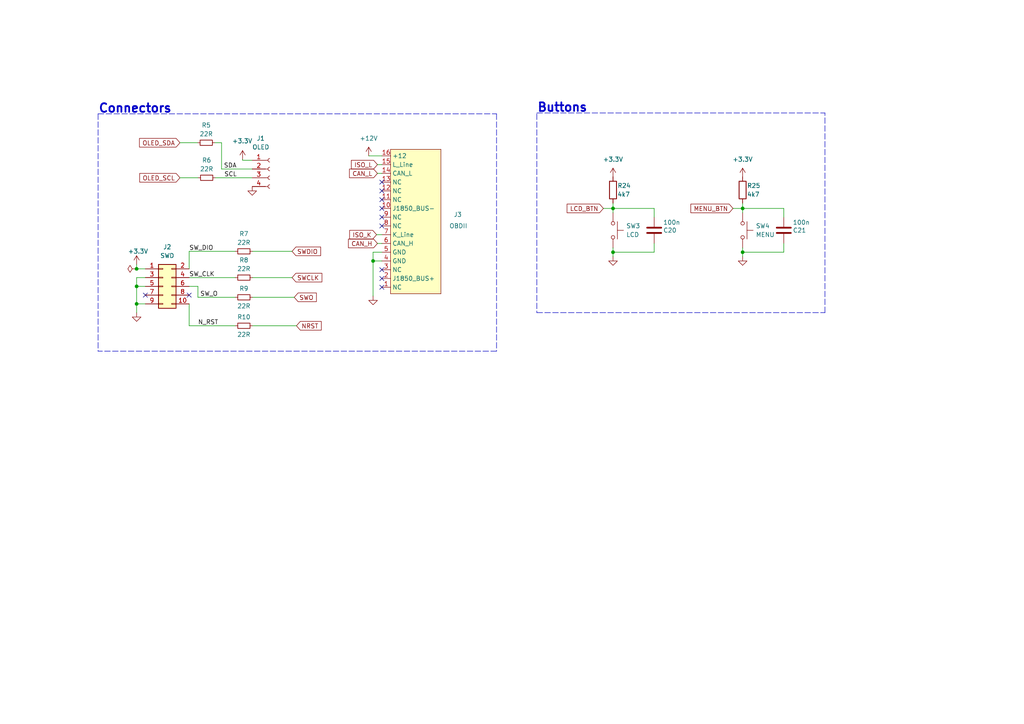
<source format=kicad_sch>
(kicad_sch (version 20211123) (generator eeschema)
  (paper "A4")
  (lib_symbols
    (symbol "+3.3V_4" (power) (pin_names (offset 0))
      (property "Value" "+3.3V_4" (at 0 3.556 0))
      (symbol "+3.3V_4_0_1"
        (polyline (pts (xy -0.762 1.27) (xy 0 2.54)))
        (polyline (pts (xy 0 0) (xy 0 2.54)))
        (polyline (pts (xy 0 2.54) (xy 0.762 1.27)))
      )
      (symbol "+3.3V_4_1_1"
        (pin power_in line (at 0 0 90) (length 0) hide (name "+3.3V") (number "1"))
      )
    )
    (symbol "+3.3V_5" (power) (pin_names (offset 0))
      (property "Value" "+3.3V_5" (at 0 3.556 0))
      (symbol "+3.3V_5_0_1"
        (polyline (pts (xy -0.762 1.27) (xy 0 2.54)))
        (polyline (pts (xy 0 0) (xy 0 2.54)))
        (polyline (pts (xy 0 2.54) (xy 0.762 1.27)))
      )
      (symbol "+3.3V_5_1_1"
        (pin power_in line (at 0 0 90) (length 0) hide (name "+3.3V") (number "1"))
      )
    )
    (symbol "+3.3V_6" (power) (pin_names (offset 0))
      (property "Value" "+3.3V_6" (at 0 3.556 0))
      (symbol "+3.3V_6_0_1"
        (polyline (pts (xy -0.762 1.27) (xy 0 2.54)))
        (polyline (pts (xy 0 0) (xy 0 2.54)))
        (polyline (pts (xy 0 2.54) (xy 0.762 1.27)))
      )
      (symbol "+3.3V_6_1_1"
        (pin power_in line (at 0 0 90) (length 0) hide (name "+3.3V") (number "1"))
      )
    )
    (symbol "Connector:Conn_01x04_Female" (pin_names (offset 1.016) hide)
      (property "Reference" "J" (at 0 5.08 0))
      (property "Value" "Conn_01x04_Female" (at 0 -7.62 0))
      (symbol "Conn_01x04_Female_1_1"
        (arc (start 0 -4.572) (mid -0.508 -5.08) (end 0 -5.588) (stroke (width 0.1524)))
        (arc (start 0 -2.032) (mid -0.508 -2.54) (end 0 -3.048) (stroke (width 0.1524)))
        (polyline (pts (xy -1.27 -5.08) (xy -0.508 -5.08)) (stroke (width 0.1524)))
        (polyline (pts (xy -1.27 -2.54) (xy -0.508 -2.54)) (stroke (width 0.1524)))
        (polyline (pts (xy -1.27 0) (xy -0.508 0)) (stroke (width 0.1524)))
        (polyline (pts (xy -1.27 2.54) (xy -0.508 2.54)) (stroke (width 0.1524)))
        (arc (start 0 0.508) (mid -0.508 0) (end 0 -0.508) (stroke (width 0.1524)))
        (arc (start 0 3.048) (mid -0.508 2.54) (end 0 2.032) (stroke (width 0.1524)))
        (pin passive line (at -5.08 2.54 0) (length 3.81) (name "Pin_1") (number "1"))
        (pin passive line (at -5.08 0 0) (length 3.81) (name "Pin_2") (number "2"))
        (pin passive line (at -5.08 -2.54 0) (length 3.81) (name "Pin_3") (number "3"))
        (pin passive line (at -5.08 -5.08 0) (length 3.81) (name "Pin_4") (number "4"))
      )
    )
    (symbol "Connector_Generic:Conn_02x05_Odd_Even" (pin_names (offset 1.016) hide)
      (property "Reference" "J" (at 1.27 7.62 0))
      (property "Value" "Conn_02x05_Odd_Even" (at 1.27 -7.62 0))
      (symbol "Conn_02x05_Odd_Even_1_1"
        (rectangle (start -1.27 -4.953) (end 0 -5.207) (stroke (width 0.1524)))
        (rectangle (start -1.27 -2.413) (end 0 -2.667) (stroke (width 0.1524)))
        (rectangle (start -1.27 0.127) (end 0 -0.127) (stroke (width 0.1524)))
        (rectangle (start -1.27 2.667) (end 0 2.413) (stroke (width 0.1524)))
        (rectangle (start -1.27 5.207) (end 0 4.953) (stroke (width 0.1524)))
        (rectangle (start -1.27 6.35) (end 3.81 -6.35) (stroke (width 0.254)) (fill (type background)))
        (rectangle (start 3.81 -4.953) (end 2.54 -5.207) (stroke (width 0.1524)))
        (rectangle (start 3.81 -2.413) (end 2.54 -2.667) (stroke (width 0.1524)))
        (rectangle (start 3.81 0.127) (end 2.54 -0.127) (stroke (width 0.1524)))
        (rectangle (start 3.81 2.667) (end 2.54 2.413) (stroke (width 0.1524)))
        (rectangle (start 3.81 5.207) (end 2.54 4.953) (stroke (width 0.1524)))
        (pin passive line (at -5.08 5.08 0) (length 3.81) (name "Pin_1") (number "1"))
        (pin passive line (at 7.62 -5.08 180) (length 3.81) (name "Pin_10") (number "10"))
        (pin passive line (at 7.62 5.08 180) (length 3.81) (name "Pin_2") (number "2"))
        (pin passive line (at -5.08 2.54 0) (length 3.81) (name "Pin_3") (number "3"))
        (pin passive line (at 7.62 2.54 180) (length 3.81) (name "Pin_4") (number "4"))
        (pin passive line (at -5.08 0 0) (length 3.81) (name "Pin_5") (number "5"))
        (pin passive line (at 7.62 0 180) (length 3.81) (name "Pin_6") (number "6"))
        (pin passive line (at -5.08 -2.54 0) (length 3.81) (name "Pin_7") (number "7"))
        (pin passive line (at 7.62 -2.54 180) (length 3.81) (name "Pin_8") (number "8"))
        (pin passive line (at -5.08 -5.08 0) (length 3.81) (name "Pin_9") (number "9"))
      )
    )
    (symbol "Device:C" (pin_numbers hide) (pin_names (offset 0.254))
      (property "Reference" "C" (at 0.635 2.54 0))
      (property "Value" "C" (at 0.635 -2.54 0))
      (symbol "C_0_1"
        (polyline (pts (xy -2.032 -0.762) (xy 2.032 -0.762)) (stroke (width 0.508)))
        (polyline (pts (xy -2.032 0.762) (xy 2.032 0.762)) (stroke (width 0.508)))
      )
      (symbol "C_1_1"
        (pin passive line (at 0 3.81 270) (length 2.794) (name "~") (number "1"))
        (pin passive line (at 0 -3.81 90) (length 2.794) (name "~") (number "2"))
      )
    )
    (symbol "Device:R" (pin_numbers hide) (pin_names (offset 0))
      (property "Reference" "R" (at 2.032 0 90))
      (property "Value" "R" (at 0 0 90))
      (symbol "R_0_1"
        (rectangle (start -1.016 -2.54) (end 1.016 2.54) (stroke (width 0.254)))
      )
      (symbol "R_1_1"
        (pin passive line (at 0 3.81 270) (length 1.27) (name "~") (number "1"))
        (pin passive line (at 0 -3.81 90) (length 1.27) (name "~") (number "2"))
      )
    )
    (symbol "Device:R_Small" (pin_numbers hide) (pin_names (offset 0.254) hide)
      (property "Reference" "R" (at 0.762 0.508 0))
      (property "Value" "R_Small" (at 0.762 -1.016 0))
      (symbol "R_Small_0_1"
        (rectangle (start -0.762 1.778) (end 0.762 -1.778) (stroke (width 0.2032)))
      )
      (symbol "R_Small_1_1"
        (pin passive line (at 0 2.54 270) (length 0.762) (name "~") (number "1"))
        (pin passive line (at 0 -2.54 90) (length 0.762) (name "~") (number "2"))
      )
    )
    (symbol "Switch:SW_Push" (pin_numbers hide) (pin_names (offset 1.016) hide)
      (property "Reference" "SW" (at 1.27 2.54 0))
      (property "Value" "SW_Push" (at 0 -1.524 0))
      (symbol "SW_Push_0_1"
        (circle (center -2.032 0) (radius 0.508))
        (polyline (pts (xy 0 1.27) (xy 0 3.048)))
        (polyline (pts (xy 2.54 1.27) (xy -2.54 1.27)))
        (circle (center 2.032 0) (radius 0.508))
        (pin passive line (at -5.08 0 0) (length 2.54) (name "1") (number "1"))
        (pin passive line (at 5.08 0 180) (length 2.54) (name "2") (number "2"))
      )
    )
    (symbol "power:+12V" (power) (pin_names (offset 0))
      (property "Value" "+12V" (at 0 3.556 0))
      (symbol "+12V_0_1"
        (polyline (pts (xy -0.762 1.27) (xy 0 2.54)))
        (polyline (pts (xy 0 0) (xy 0 2.54)))
        (polyline (pts (xy 0 2.54) (xy 0.762 1.27)))
      )
      (symbol "+12V_1_1"
        (pin power_in line (at 0 0 90) (length 0) hide (name "+12V") (number "1"))
      )
    )
    (symbol "power:GND" (power) (pin_names (offset 0))
      (property "Value" "GND" (at 0 -3.81 0))
      (symbol "GND_0_1"
        (polyline (pts (xy 0 0) (xy 0 -1.27) (xy 1.27 -1.27) (xy 0 -2.54) (xy -1.27 -1.27) (xy 0 -1.27)))
      )
      (symbol "GND_1_1"
        (pin power_in line (at 0 0 270) (length 0) hide (name "GND") (number "1"))
      )
    )
    (symbol "power:PWR_FLAG" (power) (pin_numbers hide) (pin_names (offset 0) hide)
      (property "Value" "PWR_FLAG" (at 0 3.81 0))
      (symbol "PWR_FLAG_0_0"
        (pin power_out line (at 0 0 90) (length 0) (name "pwr") (number "1"))
      )
      (symbol "PWR_FLAG_0_1"
        (polyline (pts (xy 0 0) (xy 0 1.27) (xy -1.016 1.905) (xy 0 2.54) (xy 1.016 1.905) (xy 0 1.27)))
      )
    )
    (symbol "tme_library:OBDII"
      (property "Reference" "J3" (at 2.54 25.4 90))
      (property "Value" "OBDII" (at 1.27 22.86 90))
      (symbol "OBDII_0_1"
        (rectangle (start -20.955 10.795) (end 20.955 -3.81) (fill (type background)))
      )
      (symbol "OBDII_1_1"
        (pin free line (at -19.05 -6.35 90) (length 2.54) (name "NC") (number "1"))
        (pin free line (at 3.81 -6.35 90) (length 2.54) (name "J1850_BUS-") (number "10"))
        (pin free line (at 6.35 -6.35 90) (length 2.54) (name "NC") (number "11"))
        (pin free line (at 8.89 -6.35 90) (length 2.54) (name "NC") (number "12"))
        (pin free line (at 11.43 -6.35 90) (length 2.54) (name "NC") (number "13"))
        (pin free line (at 13.97 -6.35 90) (length 2.54) (name "CAN_L") (number "14"))
        (pin free line (at 16.51 -6.35 90) (length 2.54) (name "L_Line") (number "15"))
        (pin power_in line (at 19.05 -6.35 90) (length 2.54) (name "+12") (number "16"))
        (pin free line (at -16.51 -6.35 90) (length 2.54) (name "J1850_BUS+") (number "2"))
        (pin free line (at -13.97 -6.35 90) (length 2.54) (name "NC") (number "3"))
        (pin free line (at -11.43 -6.35 90) (length 2.54) (name "GND") (number "4"))
        (pin free line (at -8.89 -6.35 90) (length 2.54) (name "GND") (number "5"))
        (pin free line (at -6.35 -6.35 90) (length 2.54) (name "CAN_H") (number "6"))
        (pin free line (at -3.81 -6.35 90) (length 2.54) (name "K_Line") (number "7"))
        (pin free line (at -1.27 -6.35 90) (length 2.54) (name "NC") (number "8"))
        (pin free line (at 1.27 -6.35 90) (length 2.54) (name "NC") (number "9"))
      )
    )
  )
  (junction (at 215.392 73.152))
  (junction (at 39.624 83.058))
  (junction (at 108.204 75.692))
  (junction (at 39.624 77.978))
  (junction (at 39.624 88.138))
  (junction (at 177.8 73.152))
  (junction (at 177.8 60.452))
  (junction (at 215.392 60.452))
  (no_connect (at 110.744 60.452))
  (no_connect (at 110.744 65.532))
  (no_connect (at 110.744 78.232))
  (no_connect (at 110.744 80.772))
  (no_connect (at 110.744 55.372))
  (no_connect (at 110.744 57.912))
  (no_connect (at 110.744 62.992))
  (no_connect (at 42.164 85.598))
  (no_connect (at 110.744 83.312))
  (no_connect (at 110.744 52.832))
  (no_connect (at 54.864 85.598))
  (wire (pts (xy 109.474 47.752) (xy 110.744 47.752)))
  (wire (pts (xy 39.624 80.518) (xy 39.624 83.058)))
  (wire (pts (xy 54.864 72.898) (xy 68.199 72.898)))
  (wire (pts (xy 227.33 70.612) (xy 227.33 73.152)))
  (wire (pts (xy 189.738 70.612) (xy 189.738 73.152)))
  (polyline (pts (xy 155.702 90.678) (xy 239.268 90.678)))
  (wire (pts (xy 62.484 51.562) (xy 73.152 51.562)))
  (wire (pts (xy 52.197 51.562) (xy 57.404 51.562)))
  (wire (pts (xy 54.864 83.058) (xy 57.404 83.058)))
  (wire (pts (xy 177.8 60.452) (xy 189.738 60.452)))
  (wire (pts (xy 108.204 75.692) (xy 108.204 85.852)))
  (wire (pts (xy 109.22 68.072) (xy 110.744 68.072)))
  (wire (pts (xy 177.8 58.928) (xy 177.8 60.452)))
  (wire (pts (xy 64.262 41.402) (xy 64.262 49.022)))
  (polyline (pts (xy 155.702 32.766) (xy 239.268 32.766)))
  (wire (pts (xy 110.744 73.152) (xy 108.204 73.152)))
  (wire (pts (xy 57.404 86.233) (xy 68.199 86.233)))
  (wire (pts (xy 189.738 62.992) (xy 189.738 60.452)))
  (wire (pts (xy 73.152 46.482) (xy 70.358 46.482)))
  (wire (pts (xy 108.204 73.152) (xy 108.204 75.692)))
  (wire (pts (xy 227.33 62.992) (xy 227.33 60.452)))
  (wire (pts (xy 109.474 50.292) (xy 110.744 50.292)))
  (wire (pts (xy 42.164 77.978) (xy 39.624 77.978)))
  (polyline (pts (xy 144.018 101.854) (xy 28.448 101.854)))
  (wire (pts (xy 108.204 75.692) (xy 110.744 75.692)))
  (polyline (pts (xy 28.448 33.02) (xy 28.448 101.854)))
  (wire (pts (xy 54.864 94.488) (xy 68.199 94.488)))
  (wire (pts (xy 215.392 71.882) (xy 215.392 73.152)))
  (polyline (pts (xy 28.448 33.02) (xy 144.018 33.02)))
  (wire (pts (xy 57.404 83.058) (xy 57.404 86.233)))
  (wire (pts (xy 64.262 49.022) (xy 73.152 49.022)))
  (wire (pts (xy 39.624 77.978) (xy 39.624 76.708)))
  (wire (pts (xy 73.279 72.898) (xy 84.709 72.898)))
  (polyline (pts (xy 155.702 33.02) (xy 155.702 90.678)))
  (wire (pts (xy 42.164 80.518) (xy 39.624 80.518)))
  (wire (pts (xy 215.392 58.928) (xy 215.392 60.452)))
  (wire (pts (xy 73.279 86.233) (xy 85.344 86.233)))
  (wire (pts (xy 109.474 70.612) (xy 110.744 70.612)))
  (wire (pts (xy 227.33 73.152) (xy 215.392 73.152)))
  (wire (pts (xy 215.392 73.152) (xy 215.392 74.422)))
  (polyline (pts (xy 144.018 33.02) (xy 144.018 101.854)))
  (wire (pts (xy 54.864 80.518) (xy 68.199 80.518)))
  (wire (pts (xy 39.624 83.058) (xy 42.164 83.058)))
  (wire (pts (xy 70.358 46.482) (xy 70.358 46.228)))
  (wire (pts (xy 52.197 41.402) (xy 57.277 41.402)))
  (wire (pts (xy 189.738 73.152) (xy 177.8 73.152)))
  (wire (pts (xy 39.624 83.058) (xy 39.624 88.138)))
  (wire (pts (xy 62.357 41.402) (xy 64.262 41.402)))
  (wire (pts (xy 215.392 60.452) (xy 215.392 61.722)))
  (wire (pts (xy 39.624 88.138) (xy 39.624 90.678)))
  (wire (pts (xy 54.864 88.138) (xy 54.864 94.488)))
  (wire (pts (xy 39.624 88.138) (xy 42.164 88.138)))
  (wire (pts (xy 54.864 77.978) (xy 54.864 72.898)))
  (wire (pts (xy 175.006 60.452) (xy 177.8 60.452)))
  (wire (pts (xy 215.392 60.452) (xy 227.33 60.452)))
  (wire (pts (xy 106.934 45.212) (xy 110.744 45.212)))
  (wire (pts (xy 73.279 80.518) (xy 84.709 80.518)))
  (wire (pts (xy 177.8 71.882) (xy 177.8 73.152)))
  (wire (pts (xy 212.598 60.452) (xy 215.392 60.452)))
  (wire (pts (xy 177.8 60.452) (xy 177.8 61.722)))
  (polyline (pts (xy 239.268 90.678) (xy 239.268 32.766)))
  (wire (pts (xy 73.279 94.488) (xy 85.979 94.488)))
  (wire (pts (xy 177.8 73.152) (xy 177.8 74.422)))
  (text "Buttons" (at 155.702 32.766 0) (effects (font (size 2.5 2.5) (thickness 0.5) bold) (justify left bottom)))
  (text "Connectors" (at 28.448 33.02 0) (effects (font (size 2.5 2.5) bold) (justify left bottom)))
  (label "SDA" (at 64.897 49.022 0))
  (label "SW_DIO" (at 54.864 72.898 0))
  (label "SW_CLK" (at 54.864 80.518 0))
  (label "N_RST" (at 57.404 94.488 0))
  (label "SW_O" (at 58.039 86.233 0))
  (label "SCL" (at 65.024 51.562 0))
  (global_label "ISO_K" (shape input) (at 109.22 68.072 180) (property "Intersheet References" "${INTERSHEET_REFS}" (effects hide)))
  (global_label "NRST" (shape input) (at 85.979 94.488 0) (property "Intersheet References" "${INTERSHEET_REFS}" (effects hide)))
  (global_label "LCD_BTN" (shape input) (at 175.006 60.452 180) (property "Intersheet References" "${INTERSHEET_REFS}" (effects hide)))
  (global_label "CAN_L" (shape input) (at 109.474 50.292 180) (property "Intersheet References" "${INTERSHEET_REFS}" (effects hide)))
  (global_label "OLED_SDA" (shape input) (at 52.197 41.402 180) (property "Intersheet References" "${INTERSHEET_REFS}" (effects hide)))
  (global_label "SWO" (shape input) (at 85.344 86.233 0) (property "Intersheet References" "${INTERSHEET_REFS}" (effects hide)))
  (global_label "CAN_H" (shape input) (at 109.474 70.612 180) (property "Intersheet References" "${INTERSHEET_REFS}" (effects hide)))
  (global_label "ISO_L" (shape input) (at 109.474 47.752 180) (property "Intersheet References" "${INTERSHEET_REFS}" (effects hide)))
  (global_label "SWDIO" (shape input) (at 84.709 72.898 0) (property "Intersheet References" "${INTERSHEET_REFS}" (effects hide)))
  (global_label "MENU_BTN" (shape input) (at 212.598 60.452 180) (property "Intersheet References" "${INTERSHEET_REFS}" (effects hide)))
  (global_label "SWCLK" (shape input) (at 84.709 80.518 0) (property "Intersheet References" "${INTERSHEET_REFS}" (effects hide)))
  (global_label "OLED_SCL" (shape input) (at 52.197 51.562 180) (property "Intersheet References" "${INTERSHEET_REFS}" (effects hide)))
  (symbol (lib_id "Device:R_Small") (at 70.739 80.518 90) (unit 1)
    (property "Reference" "R8" (at 70.739 75.438 90))
    (property "Value" "22R" (at 70.739 77.978 90))
    (property "Footprint" "Resistor_SMD:R_0603_1608Metric" (effects hide))
  )
  (symbol (lib_id "Connector:Conn_01x04_Female") (at 78.232 49.022 0) (unit 1)
    (property "Reference" "J1" (at 74.422 40.132 0) (effects (justify left)))
    (property "Value" "OLED" (at 73.152 42.672 0) (effects (justify left)))
    (property "Footprint" "Connector_PinHeader_2.54mm:PinHeader_1x04_P2.54mm_Vertical" (effects hide))
  )
  (symbol (lib_name "+3.3V_4") (lib_id "power:+3.3V") (at 177.8 51.308 0) (unit 1)
    (property "Reference" "#PWR0108" (effects hide))
    (property "Value" "+3.3V" (at 177.8 46.228 0))
  )
  (symbol (lib_name "+3.3V_4") (lib_id "power:+3.3V") (at 215.392 51.308 0) (unit 1)
    (property "Reference" "#PWR0107" (effects hide))
    (property "Value" "+3.3V" (at 215.392 46.228 0))
  )
  (symbol (lib_id "Connector_Generic:Conn_02x05_Odd_Even") (at 47.244 83.058 0) (unit 1)
    (property "Reference" "J2" (at 48.514 71.628 0))
    (property "Value" "SWD" (at 48.514 74.168 0))
    (property "Footprint" "Connector_PinHeader_2.54mm:PinHeader_2x05_P2.54mm_Vertical" (effects hide))
  )
  (symbol (lib_id "power:GND") (at 215.392 74.422 0) (unit 1)
    (property "Reference" "#PWR0105" (effects hide))
    (property "Value" "GND" (effects hide))
  )
  (symbol (lib_id "Device:R_Small") (at 59.817 41.402 90) (unit 1)
    (property "Reference" "R5" (at 59.817 36.322 90))
    (property "Value" "22R" (at 59.817 38.862 90))
    (property "Footprint" "Resistor_SMD:R_0603_1608Metric" (effects hide))
  )
  (symbol (lib_id "power:GND") (at 177.8 74.422 0) (unit 1)
    (property "Reference" "#PWR0106" (effects hide))
    (property "Value" "GND" (effects hide))
  )
  (symbol (lib_id "power:GND") (at 39.624 90.678 0) (unit 1)
    (property "Reference" "#PWR019" (effects hide))
    (property "Value" "GND" (effects hide))
  )
  (symbol (lib_id "tme_library:OBDII") (at 117.094 64.262 270) (mirror x) (unit 1)
    (property "Reference" "J3" (at 131.572 62.23 90) (effects (justify left)))
    (property "Value" "OBDII" (at 130.302 65.532 90) (effects (justify left)))
    (property "Footprint" "tme_library:OBD" (effects hide))
  )
  (symbol (lib_id "Device:R") (at 177.8 55.118 0) (unit 1)
    (property "Reference" "R24" (at 179.07 53.848 0) (effects (justify left)))
    (property "Value" "4k7" (at 179.07 56.388 0) (effects (justify left)))
    (property "Footprint" "Resistor_SMD:R_0402_1005Metric" (effects hide))
  )
  (symbol (lib_id "power:PWR_FLAG") (at 39.624 77.978 90) (unit 1)
    (property "Reference" "#FLG01" (effects hide))
    (property "Value" "PWR_FLAG" (effects hide))
  )
  (symbol (lib_id "Device:R_Small") (at 70.739 72.898 90) (unit 1)
    (property "Reference" "R7" (at 70.739 67.818 90))
    (property "Value" "22R" (at 70.739 70.358 90))
    (property "Footprint" "Resistor_SMD:R_0603_1608Metric" (effects hide))
  )
  (symbol (lib_id "Device:C") (at 189.738 66.802 180) (unit 1)
    (property "Reference" "C20" (at 194.31 66.802 0))
    (property "Value" "100n" (at 194.818 64.516 0))
    (property "Footprint" "Capacitor_SMD:C_0402_1005Metric" (effects hide))
  )
  (symbol (lib_id "Device:R") (at 215.392 55.118 0) (unit 1)
    (property "Reference" "R25" (at 216.662 53.848 0) (effects (justify left)))
    (property "Value" "4k7" (at 216.662 56.388 0) (effects (justify left)))
    (property "Footprint" "Resistor_SMD:R_0402_1005Metric" (effects hide))
  )
  (symbol (lib_id "power:GND") (at 73.152 54.102 0) (unit 1)
    (property "Reference" "#PWR015" (effects hide))
    (property "Value" "GND" (effects hide))
  )
  (symbol (lib_name "+3.3V_5") (lib_id "power:+3.3V") (at 39.624 76.708 0) (unit 1)
    (property "Reference" "#PWR016" (effects hide))
    (property "Value" "+3.3V" (at 37.084 72.898 0) (effects (justify left)))
  )
  (symbol (lib_name "+3.3V_6") (lib_id "power:+3.3V") (at 70.358 46.228 0) (unit 1)
    (property "Reference" "#PWR013" (effects hide))
    (property "Value" "+3.3V" (at 67.31 40.894 0) (effects (justify left)))
  )
  (symbol (lib_id "power:+12V") (at 106.934 45.212 0) (unit 1)
    (property "Reference" "#PWR09" (effects hide))
    (property "Value" "+12V" (at 106.934 40.132 0))
  )
  (symbol (lib_id "Device:R_Small") (at 59.944 51.562 90) (unit 1)
    (property "Reference" "R6" (at 59.944 46.482 90))
    (property "Value" "22R" (at 59.944 49.022 90))
    (property "Footprint" "Resistor_SMD:R_0603_1608Metric" (effects hide))
  )
  (symbol (lib_id "Switch:SW_Push") (at 215.392 66.802 270) (unit 1)
    (property "Reference" "SW4" (at 219.202 65.5319 90) (effects (justify left)))
    (property "Value" "MENU" (at 219.202 68.0719 90) (effects (justify left)))
    (property "Footprint" "Connector_PinHeader_1.27mm:PinHeader_1x02_P1.27mm_Vertical" (effects hide))
  )
  (symbol (lib_id "power:GND") (at 108.204 85.852 0) (unit 1)
    (property "Reference" "#PWR030" (effects hide))
    (property "Value" "GND" (effects hide))
  )
  (symbol (lib_id "Device:R_Small") (at 70.739 94.488 90) (unit 1)
    (property "Reference" "R10" (at 70.739 91.948 90))
    (property "Value" "22R" (at 70.739 97.028 90))
    (property "Footprint" "Resistor_SMD:R_0603_1608Metric" (effects hide))
  )
  (symbol (lib_id "Device:C") (at 227.33 66.802 180) (unit 1)
    (property "Reference" "C21" (at 231.902 66.802 0))
    (property "Value" "100n" (at 232.41 64.516 0))
    (property "Footprint" "Capacitor_SMD:C_0402_1005Metric" (effects hide))
  )
  (symbol (lib_id "Switch:SW_Push") (at 177.8 66.802 270) (unit 1)
    (property "Reference" "SW3" (at 181.61 65.5319 90) (effects (justify left)))
    (property "Value" "LCD" (at 181.61 68.0719 90) (effects (justify left)))
    (property "Footprint" "Connector_PinHeader_1.27mm:PinHeader_1x02_P1.27mm_Vertical" (effects hide))
  )
  (symbol (lib_id "Device:R_Small") (at 70.739 86.233 90) (unit 1)
    (property "Reference" "R9" (at 70.739 83.693 90))
    (property "Value" "22R" (at 70.739 88.773 90))
    (property "Footprint" "Resistor_SMD:R_0603_1608Metric" (effects hide))
  )
)
</source>
